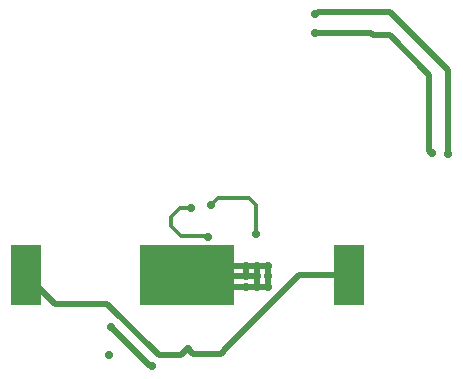
<source format=gbl>
G04 DipTrace 2.4.0.2*
%INmale.gbl*%
%MOMM*%
%ADD13C,0.508*%
%ADD15C,0.305*%
%ADD18R,2.6X5.08*%
%ADD19R,8.0X5.08*%
%ADD29C,0.711*%
%ADD38C,0.711*%
%FSLAX53Y53*%
G04*
G71*
G90*
G75*
G01*
%LNBottom*%
%LPD*%
X23629Y18806D2*
D13*
X23437D1*
X20137Y22105D1*
X26038Y25126D2*
X26628Y25717D1*
Y26493D1*
X32504Y26373D2*
X26748D1*
X26628Y26493D1*
X32504Y26373D2*
X31604D1*
Y27273D1*
X32504D1*
X33404D1*
Y26373D1*
Y25473D1*
X32504D1*
X31604D1*
X23428Y24961D2*
X25096D1*
X26628Y26493D1*
X29494Y25928D2*
X27194D1*
X26628Y26493D1*
X31604Y26373D2*
X29940D1*
X29494Y25928D1*
X32504Y26373D2*
Y27273D1*
X27408D1*
X26628Y26493D1*
X32504Y25473D2*
X27648D1*
X26628Y26493D1*
X32504Y25473D2*
Y26373D1*
X26932Y32148D2*
D15*
X25975D1*
X25227Y31399D1*
Y30598D1*
X26051Y29774D1*
X28265D1*
X28359Y29680D1*
X32411Y29986D2*
Y32459D1*
X31869Y33001D1*
X29242D1*
X28645Y32404D1*
X40268Y26493D2*
D13*
X36072D1*
X29707Y20128D1*
Y20075D1*
X29446Y19815D1*
X27080D1*
X26671Y20223D1*
X26604D1*
X26064Y19684D1*
X24211D1*
X19825Y24070D1*
X15412D1*
X12988Y26493D1*
X37415Y46956D2*
X42147D1*
X42330Y46772D1*
X43755D1*
X47108Y43419D1*
Y36987D1*
X47292Y36803D1*
X48670Y36711D2*
Y43878D1*
X43755Y48794D1*
X37644D1*
X37461Y48610D1*
D38*
X26038Y25126D3*
X26932Y32148D3*
X28645Y32404D3*
X32411Y29986D3*
X28359Y29680D3*
X29494Y25928D3*
X20137Y22105D3*
X19993Y19741D3*
X23428Y24961D3*
X23629Y18806D3*
X26671Y20223D3*
X37461Y48610D3*
X37415Y46956D3*
X47292Y36803D3*
X48670Y36711D3*
D18*
X12988Y26493D3*
X40268D3*
D19*
X26628D3*
D29*
X31604Y27273D3*
X32504D3*
X33404D3*
X31604Y26373D3*
X32504D3*
X33404D3*
X31604Y25473D3*
X32504D3*
X33404D3*
M02*

</source>
